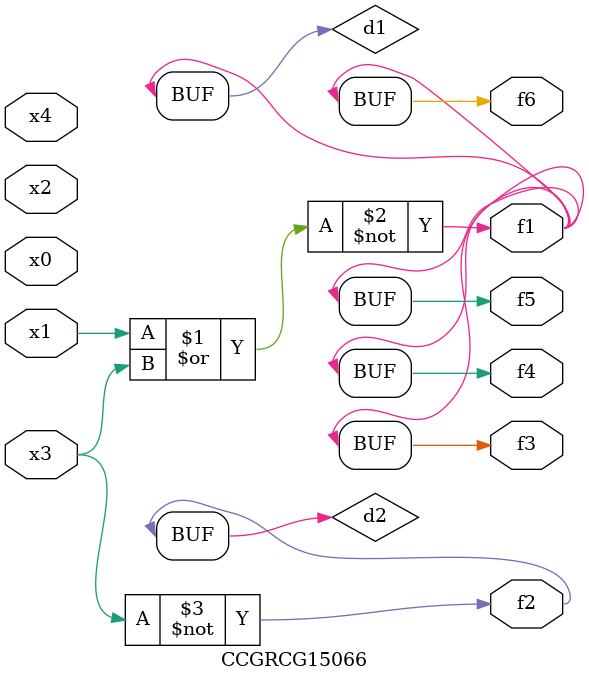
<source format=v>
module CCGRCG15066(
	input x0, x1, x2, x3, x4,
	output f1, f2, f3, f4, f5, f6
);

	wire d1, d2;

	nor (d1, x1, x3);
	not (d2, x3);
	assign f1 = d1;
	assign f2 = d2;
	assign f3 = d1;
	assign f4 = d1;
	assign f5 = d1;
	assign f6 = d1;
endmodule

</source>
